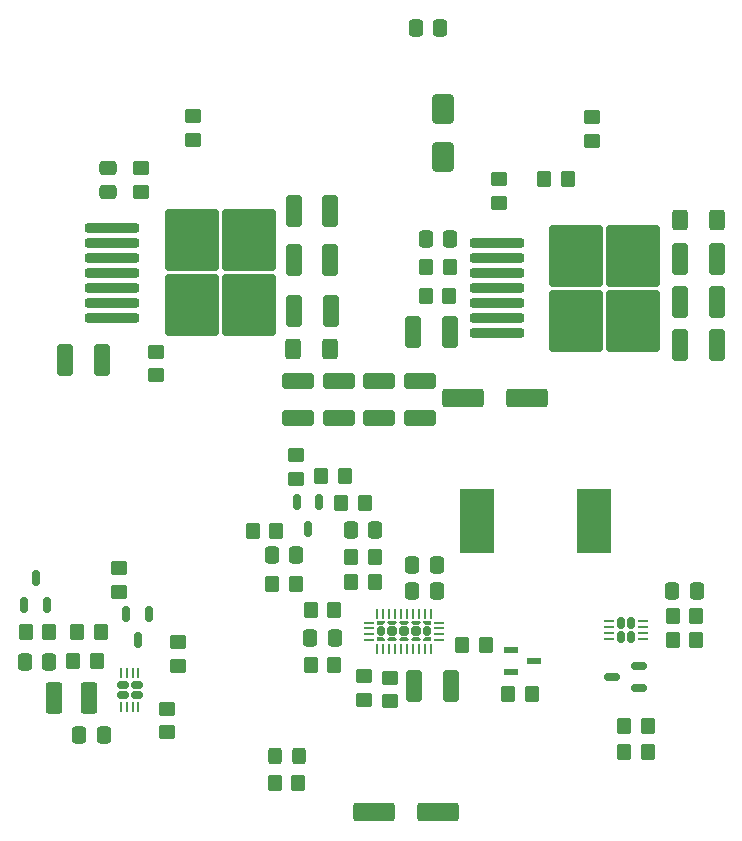
<source format=gbr>
%TF.GenerationSoftware,KiCad,Pcbnew,7.0.9*%
%TF.CreationDate,2024-02-29T12:22:54+05:30*%
%TF.ProjectId,RPS2,52505332-2e6b-4696-9361-645f70636258,rev?*%
%TF.SameCoordinates,Original*%
%TF.FileFunction,Paste,Top*%
%TF.FilePolarity,Positive*%
%FSLAX46Y46*%
G04 Gerber Fmt 4.6, Leading zero omitted, Abs format (unit mm)*
G04 Created by KiCad (PCBNEW 7.0.9) date 2024-02-29 12:22:54*
%MOMM*%
%LPD*%
G01*
G04 APERTURE LIST*
G04 Aperture macros list*
%AMRoundRect*
0 Rectangle with rounded corners*
0 $1 Rounding radius*
0 $2 $3 $4 $5 $6 $7 $8 $9 X,Y pos of 4 corners*
0 Add a 4 corners polygon primitive as box body*
4,1,4,$2,$3,$4,$5,$6,$7,$8,$9,$2,$3,0*
0 Add four circle primitives for the rounded corners*
1,1,$1+$1,$2,$3*
1,1,$1+$1,$4,$5*
1,1,$1+$1,$6,$7*
1,1,$1+$1,$8,$9*
0 Add four rect primitives between the rounded corners*
20,1,$1+$1,$2,$3,$4,$5,0*
20,1,$1+$1,$4,$5,$6,$7,0*
20,1,$1+$1,$6,$7,$8,$9,0*
20,1,$1+$1,$8,$9,$2,$3,0*%
%AMFreePoly0*
4,1,14,0.123805,0.335439,0.141089,0.293712,0.141089,-0.293712,0.123805,-0.335439,0.082078,-0.352723,-0.082078,-0.352723,-0.123805,-0.335439,-0.141089,-0.293712,-0.141089,0.164124,-0.123805,0.205851,0.005783,0.335439,0.047510,0.352723,0.082078,0.352723,0.123805,0.335439,0.123805,0.335439,$1*%
%AMFreePoly1*
4,1,15,0.122032,0.384055,0.141090,0.338046,0.141090,-0.338046,0.122032,-0.384055,0.076023,-0.403113,0.037907,-0.403113,-0.008103,-0.384055,-0.122032,-0.270125,-0.141090,-0.224116,-0.141090,0.224116,-0.122032,0.270125,-0.008103,0.384055,0.037907,0.403113,0.076023,0.403113,0.122032,0.384055,0.122032,0.384055,$1*%
%AMFreePoly2*
4,1,14,0.123805,0.335439,0.141089,0.293712,0.141089,-0.293712,0.123805,-0.335439,0.082078,-0.352723,0.047510,-0.352723,0.005783,-0.335439,-0.123805,-0.205851,-0.141089,-0.164124,-0.141089,0.293712,-0.123805,0.335439,-0.082078,0.352723,0.082078,0.352723,0.123805,0.335439,0.123805,0.335439,$1*%
%AMFreePoly3*
4,1,14,-0.005783,0.335439,0.123805,0.205851,0.141089,0.164124,0.141089,-0.293712,0.123805,-0.335439,0.082078,-0.352723,-0.082078,-0.352723,-0.123805,-0.335439,-0.141089,-0.293712,-0.141089,0.293712,-0.123805,0.335439,-0.082078,0.352723,-0.047510,0.352723,-0.005783,0.335439,-0.005783,0.335439,$1*%
%AMFreePoly4*
4,1,15,0.008102,0.384055,0.122032,0.270125,0.141090,0.224116,0.141090,-0.224116,0.122032,-0.270126,0.008102,-0.384055,-0.037907,-0.403113,-0.076023,-0.403113,-0.122032,-0.384055,-0.141090,-0.338046,-0.141090,0.338046,-0.122032,0.384055,-0.076023,0.403113,-0.037907,0.403113,0.008102,0.384055,0.008102,0.384055,$1*%
%AMFreePoly5*
4,1,14,0.123805,0.335439,0.141089,0.293712,0.141089,-0.164124,0.123805,-0.205851,-0.005783,-0.335439,-0.047510,-0.352723,-0.082078,-0.352723,-0.123805,-0.335439,-0.141089,-0.293712,-0.141089,0.293712,-0.123805,0.335439,-0.082078,0.352723,0.082078,0.352723,0.123805,0.335439,0.123805,0.335439,$1*%
G04 Aperture macros list end*
%ADD10RoundRect,0.250000X0.450000X-0.350000X0.450000X0.350000X-0.450000X0.350000X-0.450000X-0.350000X0*%
%ADD11RoundRect,0.088500X-0.541500X-0.206500X0.541500X-0.206500X0.541500X0.206500X-0.541500X0.206500X0*%
%ADD12RoundRect,0.150000X0.150000X-0.512500X0.150000X0.512500X-0.150000X0.512500X-0.150000X-0.512500X0*%
%ADD13RoundRect,0.250000X-0.650000X1.000000X-0.650000X-1.000000X0.650000X-1.000000X0.650000X1.000000X0*%
%ADD14RoundRect,0.250000X0.337500X0.475000X-0.337500X0.475000X-0.337500X-0.475000X0.337500X-0.475000X0*%
%ADD15RoundRect,0.250000X-0.412500X-1.100000X0.412500X-1.100000X0.412500X1.100000X-0.412500X1.100000X0*%
%ADD16RoundRect,0.250000X-1.100000X0.412500X-1.100000X-0.412500X1.100000X-0.412500X1.100000X0.412500X0*%
%ADD17RoundRect,0.250000X0.350000X0.450000X-0.350000X0.450000X-0.350000X-0.450000X0.350000X-0.450000X0*%
%ADD18RoundRect,0.250000X-0.350000X-0.450000X0.350000X-0.450000X0.350000X0.450000X-0.350000X0.450000X0*%
%ADD19R,2.900000X5.400000*%
%ADD20RoundRect,0.250000X-1.500000X-0.550000X1.500000X-0.550000X1.500000X0.550000X-1.500000X0.550000X0*%
%ADD21RoundRect,0.150000X-0.150000X0.512500X-0.150000X-0.512500X0.150000X-0.512500X0.150000X0.512500X0*%
%ADD22RoundRect,0.250000X0.412500X1.100000X-0.412500X1.100000X-0.412500X-1.100000X0.412500X-1.100000X0*%
%ADD23RoundRect,0.150000X0.512500X0.150000X-0.512500X0.150000X-0.512500X-0.150000X0.512500X-0.150000X0*%
%ADD24RoundRect,0.250000X-0.475000X0.337500X-0.475000X-0.337500X0.475000X-0.337500X0.475000X0.337500X0*%
%ADD25RoundRect,0.250000X-0.450000X0.350000X-0.450000X-0.350000X0.450000X-0.350000X0.450000X0.350000X0*%
%ADD26RoundRect,0.200000X-2.100000X-0.200000X2.100000X-0.200000X2.100000X0.200000X-2.100000X0.200000X0*%
%ADD27RoundRect,0.250000X-2.025000X-2.375000X2.025000X-2.375000X2.025000X2.375000X-2.025000X2.375000X0*%
%ADD28RoundRect,0.250000X-0.400000X-0.625000X0.400000X-0.625000X0.400000X0.625000X-0.400000X0.625000X0*%
%ADD29RoundRect,0.250000X-0.337500X-0.475000X0.337500X-0.475000X0.337500X0.475000X-0.337500X0.475000X0*%
%ADD30RoundRect,0.062500X0.362500X0.062500X-0.362500X0.062500X-0.362500X-0.062500X0.362500X-0.062500X0*%
%ADD31RoundRect,0.167500X0.167500X0.312500X-0.167500X0.312500X-0.167500X-0.312500X0.167500X-0.312500X0*%
%ADD32RoundRect,0.062500X0.062500X-0.362500X0.062500X0.362500X-0.062500X0.362500X-0.062500X-0.362500X0*%
%ADD33RoundRect,0.167500X0.312500X-0.167500X0.312500X0.167500X-0.312500X0.167500X-0.312500X-0.167500X0*%
%ADD34RoundRect,0.062500X0.337500X-0.062500X0.337500X0.062500X-0.337500X0.062500X-0.337500X-0.062500X0*%
%ADD35RoundRect,0.062500X0.062500X-0.350000X0.062500X0.350000X-0.062500X0.350000X-0.062500X-0.350000X0*%
%ADD36FreePoly0,90.000000*%
%ADD37FreePoly1,90.000000*%
%ADD38FreePoly2,90.000000*%
%ADD39RoundRect,0.176362X0.176362X-0.226751X0.176362X0.226751X-0.176362X0.226751X-0.176362X-0.226751X0*%
%ADD40RoundRect,0.201557X0.201556X-0.201556X0.201556X0.201556X-0.201556X0.201556X-0.201556X-0.201556X0*%
%ADD41FreePoly3,90.000000*%
%ADD42FreePoly4,90.000000*%
%ADD43FreePoly5,90.000000*%
%ADD44RoundRect,0.250000X-0.325000X-0.450000X0.325000X-0.450000X0.325000X0.450000X-0.325000X0.450000X0*%
%ADD45RoundRect,0.250001X0.462499X1.074999X-0.462499X1.074999X-0.462499X-1.074999X0.462499X-1.074999X0*%
G04 APERTURE END LIST*
D10*
%TO.C,R4*%
X95123000Y-101314000D03*
X95123000Y-99314000D03*
%TD*%
D11*
%TO.C,Q2*%
X107503400Y-97068600D03*
X107503400Y-98968600D03*
X109463400Y-98018600D03*
%TD*%
D12*
%TO.C,Q5*%
X66334600Y-93314100D03*
X68234600Y-93314100D03*
X67284600Y-91039100D03*
%TD*%
D13*
%TO.C,D2*%
X101777800Y-51314600D03*
X101777800Y-55314600D03*
%TD*%
D14*
%TO.C,C17*%
X68434900Y-98069400D03*
X66359900Y-98069400D03*
%TD*%
D15*
%TO.C,C16*%
X69748400Y-72567800D03*
X72873400Y-72567800D03*
%TD*%
D16*
%TO.C,C10*%
X99813000Y-74319600D03*
X99813000Y-77444600D03*
%TD*%
D14*
%TO.C,C12*%
X73057700Y-104267000D03*
X70982700Y-104267000D03*
%TD*%
D17*
%TO.C,R25*%
X102307500Y-67132200D03*
X100307500Y-67132200D03*
%TD*%
D14*
%TO.C,C26*%
X101541300Y-44455900D03*
X99466300Y-44455900D03*
%TD*%
%TO.C,C5*%
X92629900Y-96037400D03*
X90554900Y-96037400D03*
%TD*%
D18*
%TO.C,R21*%
X70791600Y-95554800D03*
X72791600Y-95554800D03*
%TD*%
D10*
%TO.C,R7*%
X74357000Y-92151200D03*
X74357000Y-90151200D03*
%TD*%
D19*
%TO.C,L1*%
X114576400Y-86207600D03*
X104676400Y-86207600D03*
%TD*%
D10*
%TO.C,R20*%
X78395600Y-104073200D03*
X78395600Y-102073200D03*
%TD*%
D20*
%TO.C,C1*%
X95979000Y-110769400D03*
X101379000Y-110769400D03*
%TD*%
D21*
%TO.C,Q3*%
X76866600Y-94005400D03*
X74966600Y-94005400D03*
X75916600Y-96280400D03*
%TD*%
D22*
%TO.C,C22*%
X92252800Y-64109600D03*
X89127800Y-64109600D03*
%TD*%
D15*
%TO.C,C15*%
X99237000Y-70129400D03*
X102362000Y-70129400D03*
%TD*%
D18*
%TO.C,R22*%
X70486800Y-98044000D03*
X72486800Y-98044000D03*
%TD*%
D23*
%TO.C,Q1*%
X118367700Y-100338000D03*
X118367700Y-98438000D03*
X116092700Y-99388000D03*
%TD*%
D22*
%TO.C,C23*%
X124993400Y-63957200D03*
X121868400Y-63957200D03*
%TD*%
D24*
%TO.C,C19*%
X73395800Y-56258500D03*
X73395800Y-58333500D03*
%TD*%
D17*
%TO.C,R15*%
X119120200Y-103568600D03*
X117120200Y-103568600D03*
%TD*%
D10*
%TO.C,R19*%
X89357200Y-82575400D03*
X89357200Y-80575400D03*
%TD*%
D17*
%TO.C,R12*%
X89315800Y-91490800D03*
X87315800Y-91490800D03*
%TD*%
D22*
%TO.C,C21*%
X124993400Y-71272400D03*
X121868400Y-71272400D03*
%TD*%
D25*
%TO.C,R28*%
X106514500Y-57216800D03*
X106514500Y-59216800D03*
%TD*%
D26*
%TO.C,IC2*%
X106327500Y-62661800D03*
X106327500Y-63931800D03*
X106327500Y-65201800D03*
X106327500Y-66471800D03*
X106327500Y-67741800D03*
X106327500Y-69011800D03*
X106327500Y-70281800D03*
D27*
X113052500Y-63696800D03*
X113052500Y-69246800D03*
X117902500Y-63696800D03*
X117902500Y-69246800D03*
%TD*%
D17*
%TO.C,DNP1*%
X96021400Y-89230200D03*
X94021400Y-89230200D03*
%TD*%
D16*
%TO.C,C11*%
X96367600Y-74307300D03*
X96367600Y-77432300D03*
%TD*%
D25*
%TO.C,R24*%
X76215200Y-56286600D03*
X76215200Y-58286600D03*
%TD*%
D28*
%TO.C,R31*%
X121880900Y-60655200D03*
X124980900Y-60655200D03*
%TD*%
D17*
%TO.C,R17*%
X119120200Y-105702200D03*
X117120200Y-105702200D03*
%TD*%
D16*
%TO.C,C13*%
X92938600Y-74307300D03*
X92938600Y-77432300D03*
%TD*%
D29*
%TO.C,C2*%
X121171100Y-92123600D03*
X123246100Y-92123600D03*
%TD*%
D17*
%TO.C,R11*%
X96005400Y-91338400D03*
X94005400Y-91338400D03*
%TD*%
D22*
%TO.C,C20*%
X92303600Y-68376800D03*
X89178600Y-68376800D03*
%TD*%
D18*
%TO.C,R23*%
X100332900Y-64668400D03*
X102332900Y-64668400D03*
%TD*%
%TO.C,R13*%
X90592400Y-93726000D03*
X92592400Y-93726000D03*
%TD*%
D28*
%TO.C,R30*%
X89102600Y-71602600D03*
X92202600Y-71602600D03*
%TD*%
D17*
%TO.C,R18*%
X93490800Y-82346800D03*
X91490800Y-82346800D03*
%TD*%
D14*
%TO.C,C6*%
X101240500Y-92125800D03*
X99165500Y-92125800D03*
%TD*%
D30*
%TO.C,U1*%
X115847200Y-96125000D03*
X115847200Y-95625000D03*
X115847200Y-95125000D03*
X115847200Y-94625000D03*
X118747200Y-94625000D03*
X118747200Y-95125000D03*
X118747200Y-95625000D03*
X118747200Y-96125000D03*
D31*
X116887200Y-94780000D03*
X116887200Y-95970000D03*
X117707200Y-94780000D03*
X117707200Y-95970000D03*
%TD*%
D17*
%TO.C,R27*%
X112340500Y-57200800D03*
X110340500Y-57200800D03*
%TD*%
D32*
%TO.C,U2*%
X74496000Y-99007000D03*
X74996000Y-99007000D03*
X75496000Y-99007000D03*
X75996000Y-99007000D03*
X75996000Y-101907000D03*
X75496000Y-101907000D03*
X74996000Y-101907000D03*
X74496000Y-101907000D03*
D33*
X75841000Y-100047000D03*
X74651000Y-100047000D03*
X75841000Y-100867000D03*
X74651000Y-100867000D03*
%TD*%
D14*
%TO.C,C7*%
X89349400Y-89077800D03*
X87274400Y-89077800D03*
%TD*%
D17*
%TO.C,R10*%
X123234000Y-94206400D03*
X121234000Y-94206400D03*
%TD*%
D18*
%TO.C,R5*%
X87519000Y-108356400D03*
X89519000Y-108356400D03*
%TD*%
D29*
%TO.C,C4*%
X99165500Y-89865200D03*
X101240500Y-89865200D03*
%TD*%
D15*
%TO.C,C3*%
X99300900Y-100177600D03*
X102425900Y-100177600D03*
%TD*%
D22*
%TO.C,C25*%
X124993400Y-67614800D03*
X121868400Y-67614800D03*
%TD*%
D26*
%TO.C,IC3*%
X73767600Y-61334600D03*
X73767600Y-62604600D03*
X73767600Y-63874600D03*
X73767600Y-65144600D03*
X73767600Y-66414600D03*
X73767600Y-67684600D03*
X73767600Y-68954600D03*
D27*
X80492600Y-62369600D03*
X80492600Y-67919600D03*
X85342600Y-62369600D03*
X85342600Y-67919600D03*
%TD*%
D34*
%TO.C,IC1*%
X95508800Y-96271400D03*
X95508800Y-95771400D03*
X95508800Y-95271400D03*
X95508800Y-94771400D03*
D35*
X96233800Y-94058900D03*
X96733800Y-94058900D03*
X97233800Y-94058900D03*
X97733800Y-94058900D03*
X98233800Y-94058900D03*
X98733800Y-94058900D03*
X99233800Y-94058900D03*
X99733800Y-94058900D03*
X100233800Y-94058900D03*
X100733800Y-94058900D03*
D34*
X101458800Y-94771400D03*
X101458800Y-95271400D03*
X101458800Y-95771400D03*
X101458800Y-96271400D03*
D35*
X100733800Y-96983900D03*
X100233800Y-96983900D03*
X99733800Y-96983900D03*
X99233800Y-96983900D03*
X98733800Y-96983900D03*
X98233800Y-96983900D03*
X97733800Y-96983900D03*
X97233800Y-96983900D03*
X96733800Y-96983900D03*
X96233800Y-96983900D03*
D36*
X100421300Y-94846400D03*
D37*
X99483800Y-94846400D03*
X98483800Y-94846400D03*
X97483800Y-94846400D03*
D38*
X96546300Y-94846400D03*
D39*
X100421300Y-95521400D03*
D40*
X99483800Y-95521400D03*
X98483800Y-95521400D03*
X97483800Y-95521400D03*
D39*
X96546300Y-95521400D03*
D41*
X100421300Y-96196400D03*
D42*
X99483800Y-96196400D03*
X98483800Y-96196400D03*
X97483800Y-96196400D03*
D43*
X96546300Y-96196400D03*
%TD*%
D17*
%TO.C,R2*%
X105394000Y-96697800D03*
X103394000Y-96697800D03*
%TD*%
%TO.C,R6*%
X92567000Y-98374200D03*
X90567000Y-98374200D03*
%TD*%
%TO.C,R14*%
X87664800Y-86995000D03*
X85664800Y-86995000D03*
%TD*%
D16*
%TO.C,C14*%
X89509600Y-74332700D03*
X89509600Y-77457700D03*
%TD*%
D10*
%TO.C,R3*%
X97332800Y-101431600D03*
X97332800Y-99431600D03*
%TD*%
D25*
%TO.C,R26*%
X77494000Y-71843800D03*
X77494000Y-73843800D03*
%TD*%
D29*
%TO.C,C18*%
X100320800Y-62331600D03*
X102395800Y-62331600D03*
%TD*%
D17*
%TO.C,R9*%
X123234000Y-96238400D03*
X121234000Y-96238400D03*
%TD*%
D20*
%TO.C,C8*%
X103497400Y-75768200D03*
X108897400Y-75768200D03*
%TD*%
D18*
%TO.C,R29*%
X66437000Y-95529400D03*
X68437000Y-95529400D03*
%TD*%
D44*
%TO.C,D1*%
X87519400Y-106045000D03*
X89569400Y-106045000D03*
%TD*%
D14*
%TO.C,C9*%
X96058900Y-86969600D03*
X93983900Y-86969600D03*
%TD*%
D45*
%TO.C,L2*%
X71780500Y-101193600D03*
X68805500Y-101193600D03*
%TD*%
D21*
%TO.C,Q4*%
X90373200Y-86811700D03*
X89423200Y-84536700D03*
X91323200Y-84536700D03*
%TD*%
D25*
%TO.C,R8*%
X79335400Y-96409000D03*
X79335400Y-98409000D03*
%TD*%
D17*
%TO.C,R16*%
X95183200Y-84632800D03*
X93183200Y-84632800D03*
%TD*%
D25*
%TO.C,R33*%
X114427000Y-51984400D03*
X114427000Y-53984400D03*
%TD*%
D22*
%TO.C,C24*%
X92252800Y-59893200D03*
X89127800Y-59893200D03*
%TD*%
D18*
%TO.C,R1*%
X107305600Y-100812600D03*
X109305600Y-100812600D03*
%TD*%
D25*
%TO.C,R32*%
X80643600Y-51920800D03*
X80643600Y-53920800D03*
%TD*%
M02*

</source>
